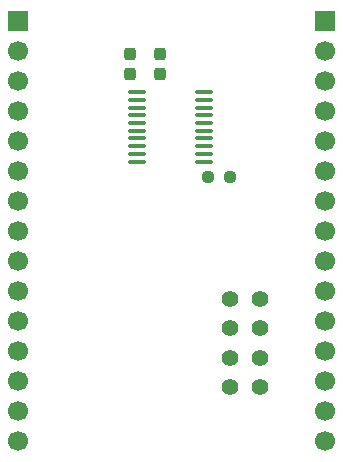
<source format=gbr>
%TF.GenerationSoftware,KiCad,Pcbnew,9.0.2*%
%TF.CreationDate,2025-06-04T19:43:54+07:00*%
%TF.ProjectId,Wheelspeed New,57686565-6c73-4706-9565-64204e65772e,rev?*%
%TF.SameCoordinates,Original*%
%TF.FileFunction,Soldermask,Bot*%
%TF.FilePolarity,Negative*%
%FSLAX46Y46*%
G04 Gerber Fmt 4.6, Leading zero omitted, Abs format (unit mm)*
G04 Created by KiCad (PCBNEW 9.0.2) date 2025-06-04 19:43:54*
%MOMM*%
%LPD*%
G01*
G04 APERTURE LIST*
G04 Aperture macros list*
%AMRoundRect*
0 Rectangle with rounded corners*
0 $1 Rounding radius*
0 $2 $3 $4 $5 $6 $7 $8 $9 X,Y pos of 4 corners*
0 Add a 4 corners polygon primitive as box body*
4,1,4,$2,$3,$4,$5,$6,$7,$8,$9,$2,$3,0*
0 Add four circle primitives for the rounded corners*
1,1,$1+$1,$2,$3*
1,1,$1+$1,$4,$5*
1,1,$1+$1,$6,$7*
1,1,$1+$1,$8,$9*
0 Add four rect primitives between the rounded corners*
20,1,$1+$1,$2,$3,$4,$5,0*
20,1,$1+$1,$4,$5,$6,$7,0*
20,1,$1+$1,$6,$7,$8,$9,0*
20,1,$1+$1,$8,$9,$2,$3,0*%
G04 Aperture macros list end*
%ADD10RoundRect,0.237500X-0.237500X0.300000X-0.237500X-0.300000X0.237500X-0.300000X0.237500X0.300000X0*%
%ADD11RoundRect,0.100000X0.637500X0.100000X-0.637500X0.100000X-0.637500X-0.100000X0.637500X-0.100000X0*%
%ADD12RoundRect,0.237500X0.250000X0.237500X-0.250000X0.237500X-0.250000X-0.237500X0.250000X-0.237500X0*%
%ADD13R,1.700000X1.700000*%
%ADD14C,1.700000*%
%ADD15C,1.400000*%
G04 APERTURE END LIST*
D10*
%TO.C,C3*%
X111500000Y-110775000D03*
X111500000Y-112500000D03*
%TD*%
%TO.C,C2*%
X114000000Y-110775000D03*
X114000000Y-112500000D03*
%TD*%
D11*
%TO.C,U3*%
X117750000Y-114050000D03*
X117750000Y-114700000D03*
X117750000Y-115350000D03*
X117750000Y-116000000D03*
X117750000Y-116650000D03*
X117750000Y-117300000D03*
X117750000Y-117950000D03*
X117750000Y-118600000D03*
X117750000Y-119250000D03*
X117750000Y-119900000D03*
X112025000Y-119900000D03*
X112025000Y-119250000D03*
X112025000Y-118600000D03*
X112025000Y-117950000D03*
X112025000Y-117300000D03*
X112025000Y-116650000D03*
X112025000Y-116000000D03*
X112025000Y-115350000D03*
X112025000Y-114700000D03*
X112025000Y-114050000D03*
%TD*%
D12*
%TO.C,R5*%
X119912500Y-121250000D03*
X118087500Y-121250000D03*
%TD*%
D13*
%TO.C,J4*%
X128000000Y-108000000D03*
D14*
X128000000Y-110540000D03*
X128000000Y-113080000D03*
X128000000Y-115620000D03*
X128000000Y-118160000D03*
X128000000Y-120700000D03*
X128000000Y-123240000D03*
X128000000Y-125780000D03*
X128000000Y-128320000D03*
X128000000Y-130860000D03*
X128000000Y-133400000D03*
X128000000Y-135940000D03*
X128000000Y-138480000D03*
X128000000Y-141020000D03*
X128000000Y-143560000D03*
%TD*%
D13*
%TO.C,J3*%
X102000000Y-108000000D03*
D14*
X102000000Y-110540000D03*
X102000000Y-113080000D03*
X102000000Y-115620000D03*
X102000000Y-118160000D03*
X102000000Y-120700000D03*
X102000000Y-123240000D03*
X102000000Y-125780000D03*
X102000000Y-128320000D03*
X102000000Y-130860000D03*
X102000000Y-133400000D03*
X102000000Y-135940000D03*
X102000000Y-138480000D03*
X102000000Y-141020000D03*
X102000000Y-143560000D03*
%TD*%
D15*
%TO.C,FR1*%
X119960000Y-136500000D03*
X122500000Y-136500000D03*
%TD*%
%TO.C,RL1*%
X119960000Y-131500000D03*
X122500000Y-131500000D03*
%TD*%
%TO.C,RR1*%
X119960000Y-134000000D03*
X122500000Y-134000000D03*
%TD*%
%TO.C,FL1*%
X119960000Y-139000000D03*
X122500000Y-139000000D03*
%TD*%
M02*

</source>
